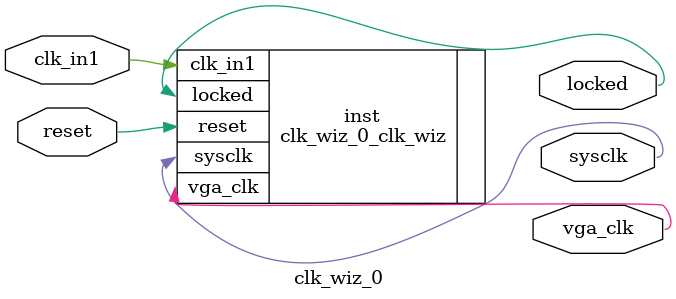
<source format=v>


`timescale 1ps/1ps

(* CORE_GENERATION_INFO = "clk_wiz_0,clk_wiz_v5_3_1,{component_name=clk_wiz_0,use_phase_alignment=true,use_min_o_jitter=false,use_max_i_jitter=false,use_dyn_phase_shift=false,use_inclk_switchover=false,use_dyn_reconfig=false,enable_axi=0,feedback_source=FDBK_AUTO,PRIMITIVE=MMCM,num_out_clk=2,clkin1_period=10.0,clkin2_period=10.0,use_power_down=false,use_reset=true,use_locked=true,use_inclk_stopped=false,feedback_type=SINGLE,CLOCK_MGR_TYPE=NA,manual_override=false}" *)

module clk_wiz_0 
 (
 // Clock in ports
  input         clk_in1,
  // Clock out ports
  output        sysclk,
  output        vga_clk,
  // Status and control signals
  input         reset,
  output        locked
 );

  clk_wiz_0_clk_wiz inst
  (
 // Clock in ports
  .clk_in1(clk_in1),
  // Clock out ports  
  .sysclk(sysclk),
  .vga_clk(vga_clk),
  // Status and control signals               
  .reset(reset), 
  .locked(locked)            
  );

endmodule

</source>
